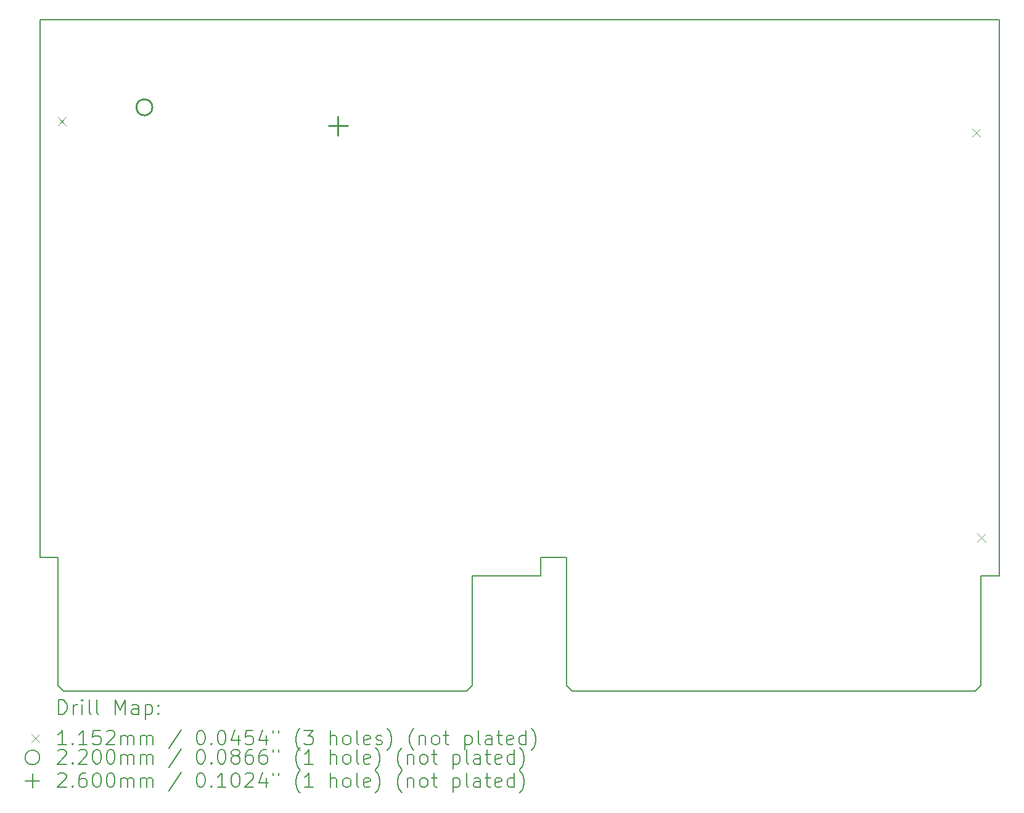
<source format=gbr>
%TF.GenerationSoftware,KiCad,Pcbnew,8.0.4-rc2*%
%TF.CreationDate,2024-08-04T20:32:00-05:00*%
%TF.ProjectId,backplane_tracer_v5,6261636b-706c-4616-9e65-5f7472616365,rev?*%
%TF.SameCoordinates,Original*%
%TF.FileFunction,Drillmap*%
%TF.FilePolarity,Positive*%
%FSLAX45Y45*%
G04 Gerber Fmt 4.5, Leading zero omitted, Abs format (unit mm)*
G04 Created by KiCad (PCBNEW 8.0.4-rc2) date 2024-08-04 20:32:00*
%MOMM*%
%LPD*%
G01*
G04 APERTURE LIST*
%ADD10C,0.127000*%
%ADD11C,0.200000*%
%ADD12C,0.115200*%
%ADD13C,0.220000*%
%ADD14C,0.260000*%
G04 APERTURE END LIST*
D10*
X22860000Y-13632180D02*
X22860000Y-21272500D01*
X22529800Y-22860000D02*
X22606000Y-22783800D01*
X16916400Y-22783800D02*
X16992600Y-22860000D01*
X16560800Y-21272500D02*
X16560800Y-21018500D01*
X9685020Y-13632180D02*
X9685020Y-21018500D01*
X22606000Y-21272500D02*
X22606000Y-22783800D01*
X22860000Y-13632180D02*
X9685020Y-13632180D01*
X15621000Y-21272500D02*
X15621000Y-22783800D01*
X22860000Y-21272500D02*
X22606000Y-21272500D01*
X9931400Y-21018500D02*
X9931400Y-22783800D01*
X15544800Y-22860000D02*
X15621000Y-22783800D01*
X9931400Y-21018500D02*
X9685020Y-21018500D01*
X16916400Y-21018500D02*
X16560800Y-21018500D01*
X16560800Y-21272500D02*
X15621000Y-21272500D01*
X15544800Y-22860000D02*
X10007600Y-22860000D01*
X16916400Y-21018500D02*
X16916400Y-22783800D01*
X9931400Y-22783800D02*
X10007600Y-22860000D01*
X22529800Y-22860000D02*
X16992600Y-22860000D01*
D11*
D12*
X9927140Y-14969040D02*
X10042340Y-15084240D01*
X10042340Y-14969040D02*
X9927140Y-15084240D01*
X22482360Y-15126520D02*
X22597560Y-15241720D01*
X22597560Y-15126520D02*
X22482360Y-15241720D01*
X22553480Y-20691660D02*
X22668680Y-20806860D01*
X22668680Y-20691660D02*
X22553480Y-20806860D01*
D13*
X11226500Y-14833600D02*
G75*
G02*
X11006500Y-14833600I-110000J0D01*
G01*
X11006500Y-14833600D02*
G75*
G02*
X11226500Y-14833600I110000J0D01*
G01*
D14*
X13775500Y-14957600D02*
X13775500Y-15217600D01*
X13645500Y-15087600D02*
X13905500Y-15087600D01*
D11*
X9939447Y-23177834D02*
X9939447Y-22977834D01*
X9939447Y-22977834D02*
X9987066Y-22977834D01*
X9987066Y-22977834D02*
X10015637Y-22987358D01*
X10015637Y-22987358D02*
X10034685Y-23006405D01*
X10034685Y-23006405D02*
X10044209Y-23025453D01*
X10044209Y-23025453D02*
X10053733Y-23063548D01*
X10053733Y-23063548D02*
X10053733Y-23092119D01*
X10053733Y-23092119D02*
X10044209Y-23130215D01*
X10044209Y-23130215D02*
X10034685Y-23149262D01*
X10034685Y-23149262D02*
X10015637Y-23168310D01*
X10015637Y-23168310D02*
X9987066Y-23177834D01*
X9987066Y-23177834D02*
X9939447Y-23177834D01*
X10139447Y-23177834D02*
X10139447Y-23044500D01*
X10139447Y-23082596D02*
X10148971Y-23063548D01*
X10148971Y-23063548D02*
X10158494Y-23054024D01*
X10158494Y-23054024D02*
X10177542Y-23044500D01*
X10177542Y-23044500D02*
X10196590Y-23044500D01*
X10263256Y-23177834D02*
X10263256Y-23044500D01*
X10263256Y-22977834D02*
X10253733Y-22987358D01*
X10253733Y-22987358D02*
X10263256Y-22996881D01*
X10263256Y-22996881D02*
X10272780Y-22987358D01*
X10272780Y-22987358D02*
X10263256Y-22977834D01*
X10263256Y-22977834D02*
X10263256Y-22996881D01*
X10387066Y-23177834D02*
X10368018Y-23168310D01*
X10368018Y-23168310D02*
X10358494Y-23149262D01*
X10358494Y-23149262D02*
X10358494Y-22977834D01*
X10491828Y-23177834D02*
X10472780Y-23168310D01*
X10472780Y-23168310D02*
X10463256Y-23149262D01*
X10463256Y-23149262D02*
X10463256Y-22977834D01*
X10720399Y-23177834D02*
X10720399Y-22977834D01*
X10720399Y-22977834D02*
X10787066Y-23120691D01*
X10787066Y-23120691D02*
X10853733Y-22977834D01*
X10853733Y-22977834D02*
X10853733Y-23177834D01*
X11034685Y-23177834D02*
X11034685Y-23073072D01*
X11034685Y-23073072D02*
X11025161Y-23054024D01*
X11025161Y-23054024D02*
X11006114Y-23044500D01*
X11006114Y-23044500D02*
X10968018Y-23044500D01*
X10968018Y-23044500D02*
X10948971Y-23054024D01*
X11034685Y-23168310D02*
X11015637Y-23177834D01*
X11015637Y-23177834D02*
X10968018Y-23177834D01*
X10968018Y-23177834D02*
X10948971Y-23168310D01*
X10948971Y-23168310D02*
X10939447Y-23149262D01*
X10939447Y-23149262D02*
X10939447Y-23130215D01*
X10939447Y-23130215D02*
X10948971Y-23111167D01*
X10948971Y-23111167D02*
X10968018Y-23101643D01*
X10968018Y-23101643D02*
X11015637Y-23101643D01*
X11015637Y-23101643D02*
X11034685Y-23092119D01*
X11129923Y-23044500D02*
X11129923Y-23244500D01*
X11129923Y-23054024D02*
X11148971Y-23044500D01*
X11148971Y-23044500D02*
X11187066Y-23044500D01*
X11187066Y-23044500D02*
X11206113Y-23054024D01*
X11206113Y-23054024D02*
X11215637Y-23063548D01*
X11215637Y-23063548D02*
X11225161Y-23082596D01*
X11225161Y-23082596D02*
X11225161Y-23139738D01*
X11225161Y-23139738D02*
X11215637Y-23158786D01*
X11215637Y-23158786D02*
X11206113Y-23168310D01*
X11206113Y-23168310D02*
X11187066Y-23177834D01*
X11187066Y-23177834D02*
X11148971Y-23177834D01*
X11148971Y-23177834D02*
X11129923Y-23168310D01*
X11310875Y-23158786D02*
X11320399Y-23168310D01*
X11320399Y-23168310D02*
X11310875Y-23177834D01*
X11310875Y-23177834D02*
X11301352Y-23168310D01*
X11301352Y-23168310D02*
X11310875Y-23158786D01*
X11310875Y-23158786D02*
X11310875Y-23177834D01*
X11310875Y-23054024D02*
X11320399Y-23063548D01*
X11320399Y-23063548D02*
X11310875Y-23073072D01*
X11310875Y-23073072D02*
X11301352Y-23063548D01*
X11301352Y-23063548D02*
X11310875Y-23054024D01*
X11310875Y-23054024D02*
X11310875Y-23073072D01*
D12*
X9563470Y-23448750D02*
X9678670Y-23563950D01*
X9678670Y-23448750D02*
X9563470Y-23563950D01*
D11*
X10044209Y-23597834D02*
X9929923Y-23597834D01*
X9987066Y-23597834D02*
X9987066Y-23397834D01*
X9987066Y-23397834D02*
X9968018Y-23426405D01*
X9968018Y-23426405D02*
X9948971Y-23445453D01*
X9948971Y-23445453D02*
X9929923Y-23454977D01*
X10129923Y-23578786D02*
X10139447Y-23588310D01*
X10139447Y-23588310D02*
X10129923Y-23597834D01*
X10129923Y-23597834D02*
X10120399Y-23588310D01*
X10120399Y-23588310D02*
X10129923Y-23578786D01*
X10129923Y-23578786D02*
X10129923Y-23597834D01*
X10329923Y-23597834D02*
X10215637Y-23597834D01*
X10272780Y-23597834D02*
X10272780Y-23397834D01*
X10272780Y-23397834D02*
X10253733Y-23426405D01*
X10253733Y-23426405D02*
X10234685Y-23445453D01*
X10234685Y-23445453D02*
X10215637Y-23454977D01*
X10510875Y-23397834D02*
X10415637Y-23397834D01*
X10415637Y-23397834D02*
X10406114Y-23493072D01*
X10406114Y-23493072D02*
X10415637Y-23483548D01*
X10415637Y-23483548D02*
X10434685Y-23474024D01*
X10434685Y-23474024D02*
X10482304Y-23474024D01*
X10482304Y-23474024D02*
X10501352Y-23483548D01*
X10501352Y-23483548D02*
X10510875Y-23493072D01*
X10510875Y-23493072D02*
X10520399Y-23512119D01*
X10520399Y-23512119D02*
X10520399Y-23559738D01*
X10520399Y-23559738D02*
X10510875Y-23578786D01*
X10510875Y-23578786D02*
X10501352Y-23588310D01*
X10501352Y-23588310D02*
X10482304Y-23597834D01*
X10482304Y-23597834D02*
X10434685Y-23597834D01*
X10434685Y-23597834D02*
X10415637Y-23588310D01*
X10415637Y-23588310D02*
X10406114Y-23578786D01*
X10596590Y-23416881D02*
X10606114Y-23407358D01*
X10606114Y-23407358D02*
X10625161Y-23397834D01*
X10625161Y-23397834D02*
X10672780Y-23397834D01*
X10672780Y-23397834D02*
X10691828Y-23407358D01*
X10691828Y-23407358D02*
X10701352Y-23416881D01*
X10701352Y-23416881D02*
X10710875Y-23435929D01*
X10710875Y-23435929D02*
X10710875Y-23454977D01*
X10710875Y-23454977D02*
X10701352Y-23483548D01*
X10701352Y-23483548D02*
X10587066Y-23597834D01*
X10587066Y-23597834D02*
X10710875Y-23597834D01*
X10796590Y-23597834D02*
X10796590Y-23464500D01*
X10796590Y-23483548D02*
X10806114Y-23474024D01*
X10806114Y-23474024D02*
X10825161Y-23464500D01*
X10825161Y-23464500D02*
X10853733Y-23464500D01*
X10853733Y-23464500D02*
X10872780Y-23474024D01*
X10872780Y-23474024D02*
X10882304Y-23493072D01*
X10882304Y-23493072D02*
X10882304Y-23597834D01*
X10882304Y-23493072D02*
X10891828Y-23474024D01*
X10891828Y-23474024D02*
X10910875Y-23464500D01*
X10910875Y-23464500D02*
X10939447Y-23464500D01*
X10939447Y-23464500D02*
X10958495Y-23474024D01*
X10958495Y-23474024D02*
X10968018Y-23493072D01*
X10968018Y-23493072D02*
X10968018Y-23597834D01*
X11063256Y-23597834D02*
X11063256Y-23464500D01*
X11063256Y-23483548D02*
X11072780Y-23474024D01*
X11072780Y-23474024D02*
X11091828Y-23464500D01*
X11091828Y-23464500D02*
X11120399Y-23464500D01*
X11120399Y-23464500D02*
X11139447Y-23474024D01*
X11139447Y-23474024D02*
X11148971Y-23493072D01*
X11148971Y-23493072D02*
X11148971Y-23597834D01*
X11148971Y-23493072D02*
X11158495Y-23474024D01*
X11158495Y-23474024D02*
X11177542Y-23464500D01*
X11177542Y-23464500D02*
X11206113Y-23464500D01*
X11206113Y-23464500D02*
X11225161Y-23474024D01*
X11225161Y-23474024D02*
X11234685Y-23493072D01*
X11234685Y-23493072D02*
X11234685Y-23597834D01*
X11625161Y-23388310D02*
X11453733Y-23645453D01*
X11882304Y-23397834D02*
X11901352Y-23397834D01*
X11901352Y-23397834D02*
X11920399Y-23407358D01*
X11920399Y-23407358D02*
X11929923Y-23416881D01*
X11929923Y-23416881D02*
X11939447Y-23435929D01*
X11939447Y-23435929D02*
X11948971Y-23474024D01*
X11948971Y-23474024D02*
X11948971Y-23521643D01*
X11948971Y-23521643D02*
X11939447Y-23559738D01*
X11939447Y-23559738D02*
X11929923Y-23578786D01*
X11929923Y-23578786D02*
X11920399Y-23588310D01*
X11920399Y-23588310D02*
X11901352Y-23597834D01*
X11901352Y-23597834D02*
X11882304Y-23597834D01*
X11882304Y-23597834D02*
X11863256Y-23588310D01*
X11863256Y-23588310D02*
X11853733Y-23578786D01*
X11853733Y-23578786D02*
X11844209Y-23559738D01*
X11844209Y-23559738D02*
X11834685Y-23521643D01*
X11834685Y-23521643D02*
X11834685Y-23474024D01*
X11834685Y-23474024D02*
X11844209Y-23435929D01*
X11844209Y-23435929D02*
X11853733Y-23416881D01*
X11853733Y-23416881D02*
X11863256Y-23407358D01*
X11863256Y-23407358D02*
X11882304Y-23397834D01*
X12034685Y-23578786D02*
X12044209Y-23588310D01*
X12044209Y-23588310D02*
X12034685Y-23597834D01*
X12034685Y-23597834D02*
X12025161Y-23588310D01*
X12025161Y-23588310D02*
X12034685Y-23578786D01*
X12034685Y-23578786D02*
X12034685Y-23597834D01*
X12168018Y-23397834D02*
X12187066Y-23397834D01*
X12187066Y-23397834D02*
X12206114Y-23407358D01*
X12206114Y-23407358D02*
X12215637Y-23416881D01*
X12215637Y-23416881D02*
X12225161Y-23435929D01*
X12225161Y-23435929D02*
X12234685Y-23474024D01*
X12234685Y-23474024D02*
X12234685Y-23521643D01*
X12234685Y-23521643D02*
X12225161Y-23559738D01*
X12225161Y-23559738D02*
X12215637Y-23578786D01*
X12215637Y-23578786D02*
X12206114Y-23588310D01*
X12206114Y-23588310D02*
X12187066Y-23597834D01*
X12187066Y-23597834D02*
X12168018Y-23597834D01*
X12168018Y-23597834D02*
X12148971Y-23588310D01*
X12148971Y-23588310D02*
X12139447Y-23578786D01*
X12139447Y-23578786D02*
X12129923Y-23559738D01*
X12129923Y-23559738D02*
X12120399Y-23521643D01*
X12120399Y-23521643D02*
X12120399Y-23474024D01*
X12120399Y-23474024D02*
X12129923Y-23435929D01*
X12129923Y-23435929D02*
X12139447Y-23416881D01*
X12139447Y-23416881D02*
X12148971Y-23407358D01*
X12148971Y-23407358D02*
X12168018Y-23397834D01*
X12406114Y-23464500D02*
X12406114Y-23597834D01*
X12358495Y-23388310D02*
X12310876Y-23531167D01*
X12310876Y-23531167D02*
X12434685Y-23531167D01*
X12606114Y-23397834D02*
X12510876Y-23397834D01*
X12510876Y-23397834D02*
X12501352Y-23493072D01*
X12501352Y-23493072D02*
X12510876Y-23483548D01*
X12510876Y-23483548D02*
X12529923Y-23474024D01*
X12529923Y-23474024D02*
X12577542Y-23474024D01*
X12577542Y-23474024D02*
X12596590Y-23483548D01*
X12596590Y-23483548D02*
X12606114Y-23493072D01*
X12606114Y-23493072D02*
X12615637Y-23512119D01*
X12615637Y-23512119D02*
X12615637Y-23559738D01*
X12615637Y-23559738D02*
X12606114Y-23578786D01*
X12606114Y-23578786D02*
X12596590Y-23588310D01*
X12596590Y-23588310D02*
X12577542Y-23597834D01*
X12577542Y-23597834D02*
X12529923Y-23597834D01*
X12529923Y-23597834D02*
X12510876Y-23588310D01*
X12510876Y-23588310D02*
X12501352Y-23578786D01*
X12787066Y-23464500D02*
X12787066Y-23597834D01*
X12739447Y-23388310D02*
X12691828Y-23531167D01*
X12691828Y-23531167D02*
X12815637Y-23531167D01*
X12882304Y-23397834D02*
X12882304Y-23435929D01*
X12958495Y-23397834D02*
X12958495Y-23435929D01*
X13253733Y-23674024D02*
X13244209Y-23664500D01*
X13244209Y-23664500D02*
X13225161Y-23635929D01*
X13225161Y-23635929D02*
X13215638Y-23616881D01*
X13215638Y-23616881D02*
X13206114Y-23588310D01*
X13206114Y-23588310D02*
X13196590Y-23540691D01*
X13196590Y-23540691D02*
X13196590Y-23502596D01*
X13196590Y-23502596D02*
X13206114Y-23454977D01*
X13206114Y-23454977D02*
X13215638Y-23426405D01*
X13215638Y-23426405D02*
X13225161Y-23407358D01*
X13225161Y-23407358D02*
X13244209Y-23378786D01*
X13244209Y-23378786D02*
X13253733Y-23369262D01*
X13310876Y-23397834D02*
X13434685Y-23397834D01*
X13434685Y-23397834D02*
X13368018Y-23474024D01*
X13368018Y-23474024D02*
X13396590Y-23474024D01*
X13396590Y-23474024D02*
X13415638Y-23483548D01*
X13415638Y-23483548D02*
X13425161Y-23493072D01*
X13425161Y-23493072D02*
X13434685Y-23512119D01*
X13434685Y-23512119D02*
X13434685Y-23559738D01*
X13434685Y-23559738D02*
X13425161Y-23578786D01*
X13425161Y-23578786D02*
X13415638Y-23588310D01*
X13415638Y-23588310D02*
X13396590Y-23597834D01*
X13396590Y-23597834D02*
X13339447Y-23597834D01*
X13339447Y-23597834D02*
X13320399Y-23588310D01*
X13320399Y-23588310D02*
X13310876Y-23578786D01*
X13672780Y-23597834D02*
X13672780Y-23397834D01*
X13758495Y-23597834D02*
X13758495Y-23493072D01*
X13758495Y-23493072D02*
X13748971Y-23474024D01*
X13748971Y-23474024D02*
X13729923Y-23464500D01*
X13729923Y-23464500D02*
X13701352Y-23464500D01*
X13701352Y-23464500D02*
X13682304Y-23474024D01*
X13682304Y-23474024D02*
X13672780Y-23483548D01*
X13882304Y-23597834D02*
X13863257Y-23588310D01*
X13863257Y-23588310D02*
X13853733Y-23578786D01*
X13853733Y-23578786D02*
X13844209Y-23559738D01*
X13844209Y-23559738D02*
X13844209Y-23502596D01*
X13844209Y-23502596D02*
X13853733Y-23483548D01*
X13853733Y-23483548D02*
X13863257Y-23474024D01*
X13863257Y-23474024D02*
X13882304Y-23464500D01*
X13882304Y-23464500D02*
X13910876Y-23464500D01*
X13910876Y-23464500D02*
X13929923Y-23474024D01*
X13929923Y-23474024D02*
X13939447Y-23483548D01*
X13939447Y-23483548D02*
X13948971Y-23502596D01*
X13948971Y-23502596D02*
X13948971Y-23559738D01*
X13948971Y-23559738D02*
X13939447Y-23578786D01*
X13939447Y-23578786D02*
X13929923Y-23588310D01*
X13929923Y-23588310D02*
X13910876Y-23597834D01*
X13910876Y-23597834D02*
X13882304Y-23597834D01*
X14063257Y-23597834D02*
X14044209Y-23588310D01*
X14044209Y-23588310D02*
X14034685Y-23569262D01*
X14034685Y-23569262D02*
X14034685Y-23397834D01*
X14215638Y-23588310D02*
X14196590Y-23597834D01*
X14196590Y-23597834D02*
X14158495Y-23597834D01*
X14158495Y-23597834D02*
X14139447Y-23588310D01*
X14139447Y-23588310D02*
X14129923Y-23569262D01*
X14129923Y-23569262D02*
X14129923Y-23493072D01*
X14129923Y-23493072D02*
X14139447Y-23474024D01*
X14139447Y-23474024D02*
X14158495Y-23464500D01*
X14158495Y-23464500D02*
X14196590Y-23464500D01*
X14196590Y-23464500D02*
X14215638Y-23474024D01*
X14215638Y-23474024D02*
X14225161Y-23493072D01*
X14225161Y-23493072D02*
X14225161Y-23512119D01*
X14225161Y-23512119D02*
X14129923Y-23531167D01*
X14301352Y-23588310D02*
X14320400Y-23597834D01*
X14320400Y-23597834D02*
X14358495Y-23597834D01*
X14358495Y-23597834D02*
X14377542Y-23588310D01*
X14377542Y-23588310D02*
X14387066Y-23569262D01*
X14387066Y-23569262D02*
X14387066Y-23559738D01*
X14387066Y-23559738D02*
X14377542Y-23540691D01*
X14377542Y-23540691D02*
X14358495Y-23531167D01*
X14358495Y-23531167D02*
X14329923Y-23531167D01*
X14329923Y-23531167D02*
X14310876Y-23521643D01*
X14310876Y-23521643D02*
X14301352Y-23502596D01*
X14301352Y-23502596D02*
X14301352Y-23493072D01*
X14301352Y-23493072D02*
X14310876Y-23474024D01*
X14310876Y-23474024D02*
X14329923Y-23464500D01*
X14329923Y-23464500D02*
X14358495Y-23464500D01*
X14358495Y-23464500D02*
X14377542Y-23474024D01*
X14453733Y-23674024D02*
X14463257Y-23664500D01*
X14463257Y-23664500D02*
X14482304Y-23635929D01*
X14482304Y-23635929D02*
X14491828Y-23616881D01*
X14491828Y-23616881D02*
X14501352Y-23588310D01*
X14501352Y-23588310D02*
X14510876Y-23540691D01*
X14510876Y-23540691D02*
X14510876Y-23502596D01*
X14510876Y-23502596D02*
X14501352Y-23454977D01*
X14501352Y-23454977D02*
X14491828Y-23426405D01*
X14491828Y-23426405D02*
X14482304Y-23407358D01*
X14482304Y-23407358D02*
X14463257Y-23378786D01*
X14463257Y-23378786D02*
X14453733Y-23369262D01*
X14815638Y-23674024D02*
X14806114Y-23664500D01*
X14806114Y-23664500D02*
X14787066Y-23635929D01*
X14787066Y-23635929D02*
X14777542Y-23616881D01*
X14777542Y-23616881D02*
X14768019Y-23588310D01*
X14768019Y-23588310D02*
X14758495Y-23540691D01*
X14758495Y-23540691D02*
X14758495Y-23502596D01*
X14758495Y-23502596D02*
X14768019Y-23454977D01*
X14768019Y-23454977D02*
X14777542Y-23426405D01*
X14777542Y-23426405D02*
X14787066Y-23407358D01*
X14787066Y-23407358D02*
X14806114Y-23378786D01*
X14806114Y-23378786D02*
X14815638Y-23369262D01*
X14891828Y-23464500D02*
X14891828Y-23597834D01*
X14891828Y-23483548D02*
X14901352Y-23474024D01*
X14901352Y-23474024D02*
X14920400Y-23464500D01*
X14920400Y-23464500D02*
X14948971Y-23464500D01*
X14948971Y-23464500D02*
X14968019Y-23474024D01*
X14968019Y-23474024D02*
X14977542Y-23493072D01*
X14977542Y-23493072D02*
X14977542Y-23597834D01*
X15101352Y-23597834D02*
X15082304Y-23588310D01*
X15082304Y-23588310D02*
X15072781Y-23578786D01*
X15072781Y-23578786D02*
X15063257Y-23559738D01*
X15063257Y-23559738D02*
X15063257Y-23502596D01*
X15063257Y-23502596D02*
X15072781Y-23483548D01*
X15072781Y-23483548D02*
X15082304Y-23474024D01*
X15082304Y-23474024D02*
X15101352Y-23464500D01*
X15101352Y-23464500D02*
X15129923Y-23464500D01*
X15129923Y-23464500D02*
X15148971Y-23474024D01*
X15148971Y-23474024D02*
X15158495Y-23483548D01*
X15158495Y-23483548D02*
X15168019Y-23502596D01*
X15168019Y-23502596D02*
X15168019Y-23559738D01*
X15168019Y-23559738D02*
X15158495Y-23578786D01*
X15158495Y-23578786D02*
X15148971Y-23588310D01*
X15148971Y-23588310D02*
X15129923Y-23597834D01*
X15129923Y-23597834D02*
X15101352Y-23597834D01*
X15225162Y-23464500D02*
X15301352Y-23464500D01*
X15253733Y-23397834D02*
X15253733Y-23569262D01*
X15253733Y-23569262D02*
X15263257Y-23588310D01*
X15263257Y-23588310D02*
X15282304Y-23597834D01*
X15282304Y-23597834D02*
X15301352Y-23597834D01*
X15520400Y-23464500D02*
X15520400Y-23664500D01*
X15520400Y-23474024D02*
X15539447Y-23464500D01*
X15539447Y-23464500D02*
X15577543Y-23464500D01*
X15577543Y-23464500D02*
X15596590Y-23474024D01*
X15596590Y-23474024D02*
X15606114Y-23483548D01*
X15606114Y-23483548D02*
X15615638Y-23502596D01*
X15615638Y-23502596D02*
X15615638Y-23559738D01*
X15615638Y-23559738D02*
X15606114Y-23578786D01*
X15606114Y-23578786D02*
X15596590Y-23588310D01*
X15596590Y-23588310D02*
X15577543Y-23597834D01*
X15577543Y-23597834D02*
X15539447Y-23597834D01*
X15539447Y-23597834D02*
X15520400Y-23588310D01*
X15729923Y-23597834D02*
X15710876Y-23588310D01*
X15710876Y-23588310D02*
X15701352Y-23569262D01*
X15701352Y-23569262D02*
X15701352Y-23397834D01*
X15891828Y-23597834D02*
X15891828Y-23493072D01*
X15891828Y-23493072D02*
X15882304Y-23474024D01*
X15882304Y-23474024D02*
X15863257Y-23464500D01*
X15863257Y-23464500D02*
X15825162Y-23464500D01*
X15825162Y-23464500D02*
X15806114Y-23474024D01*
X15891828Y-23588310D02*
X15872781Y-23597834D01*
X15872781Y-23597834D02*
X15825162Y-23597834D01*
X15825162Y-23597834D02*
X15806114Y-23588310D01*
X15806114Y-23588310D02*
X15796590Y-23569262D01*
X15796590Y-23569262D02*
X15796590Y-23550215D01*
X15796590Y-23550215D02*
X15806114Y-23531167D01*
X15806114Y-23531167D02*
X15825162Y-23521643D01*
X15825162Y-23521643D02*
X15872781Y-23521643D01*
X15872781Y-23521643D02*
X15891828Y-23512119D01*
X15958495Y-23464500D02*
X16034685Y-23464500D01*
X15987066Y-23397834D02*
X15987066Y-23569262D01*
X15987066Y-23569262D02*
X15996590Y-23588310D01*
X15996590Y-23588310D02*
X16015638Y-23597834D01*
X16015638Y-23597834D02*
X16034685Y-23597834D01*
X16177543Y-23588310D02*
X16158495Y-23597834D01*
X16158495Y-23597834D02*
X16120400Y-23597834D01*
X16120400Y-23597834D02*
X16101352Y-23588310D01*
X16101352Y-23588310D02*
X16091828Y-23569262D01*
X16091828Y-23569262D02*
X16091828Y-23493072D01*
X16091828Y-23493072D02*
X16101352Y-23474024D01*
X16101352Y-23474024D02*
X16120400Y-23464500D01*
X16120400Y-23464500D02*
X16158495Y-23464500D01*
X16158495Y-23464500D02*
X16177543Y-23474024D01*
X16177543Y-23474024D02*
X16187066Y-23493072D01*
X16187066Y-23493072D02*
X16187066Y-23512119D01*
X16187066Y-23512119D02*
X16091828Y-23531167D01*
X16358495Y-23597834D02*
X16358495Y-23397834D01*
X16358495Y-23588310D02*
X16339447Y-23597834D01*
X16339447Y-23597834D02*
X16301352Y-23597834D01*
X16301352Y-23597834D02*
X16282304Y-23588310D01*
X16282304Y-23588310D02*
X16272781Y-23578786D01*
X16272781Y-23578786D02*
X16263257Y-23559738D01*
X16263257Y-23559738D02*
X16263257Y-23502596D01*
X16263257Y-23502596D02*
X16272781Y-23483548D01*
X16272781Y-23483548D02*
X16282304Y-23474024D01*
X16282304Y-23474024D02*
X16301352Y-23464500D01*
X16301352Y-23464500D02*
X16339447Y-23464500D01*
X16339447Y-23464500D02*
X16358495Y-23474024D01*
X16434685Y-23674024D02*
X16444209Y-23664500D01*
X16444209Y-23664500D02*
X16463257Y-23635929D01*
X16463257Y-23635929D02*
X16472781Y-23616881D01*
X16472781Y-23616881D02*
X16482304Y-23588310D01*
X16482304Y-23588310D02*
X16491828Y-23540691D01*
X16491828Y-23540691D02*
X16491828Y-23502596D01*
X16491828Y-23502596D02*
X16482304Y-23454977D01*
X16482304Y-23454977D02*
X16472781Y-23426405D01*
X16472781Y-23426405D02*
X16463257Y-23407358D01*
X16463257Y-23407358D02*
X16444209Y-23378786D01*
X16444209Y-23378786D02*
X16434685Y-23369262D01*
X9678670Y-23770350D02*
G75*
G02*
X9478670Y-23770350I-100000J0D01*
G01*
X9478670Y-23770350D02*
G75*
G02*
X9678670Y-23770350I100000J0D01*
G01*
X9929923Y-23680881D02*
X9939447Y-23671358D01*
X9939447Y-23671358D02*
X9958494Y-23661834D01*
X9958494Y-23661834D02*
X10006114Y-23661834D01*
X10006114Y-23661834D02*
X10025161Y-23671358D01*
X10025161Y-23671358D02*
X10034685Y-23680881D01*
X10034685Y-23680881D02*
X10044209Y-23699929D01*
X10044209Y-23699929D02*
X10044209Y-23718977D01*
X10044209Y-23718977D02*
X10034685Y-23747548D01*
X10034685Y-23747548D02*
X9920399Y-23861834D01*
X9920399Y-23861834D02*
X10044209Y-23861834D01*
X10129923Y-23842786D02*
X10139447Y-23852310D01*
X10139447Y-23852310D02*
X10129923Y-23861834D01*
X10129923Y-23861834D02*
X10120399Y-23852310D01*
X10120399Y-23852310D02*
X10129923Y-23842786D01*
X10129923Y-23842786D02*
X10129923Y-23861834D01*
X10215637Y-23680881D02*
X10225161Y-23671358D01*
X10225161Y-23671358D02*
X10244209Y-23661834D01*
X10244209Y-23661834D02*
X10291828Y-23661834D01*
X10291828Y-23661834D02*
X10310875Y-23671358D01*
X10310875Y-23671358D02*
X10320399Y-23680881D01*
X10320399Y-23680881D02*
X10329923Y-23699929D01*
X10329923Y-23699929D02*
X10329923Y-23718977D01*
X10329923Y-23718977D02*
X10320399Y-23747548D01*
X10320399Y-23747548D02*
X10206114Y-23861834D01*
X10206114Y-23861834D02*
X10329923Y-23861834D01*
X10453733Y-23661834D02*
X10472780Y-23661834D01*
X10472780Y-23661834D02*
X10491828Y-23671358D01*
X10491828Y-23671358D02*
X10501352Y-23680881D01*
X10501352Y-23680881D02*
X10510875Y-23699929D01*
X10510875Y-23699929D02*
X10520399Y-23738024D01*
X10520399Y-23738024D02*
X10520399Y-23785643D01*
X10520399Y-23785643D02*
X10510875Y-23823738D01*
X10510875Y-23823738D02*
X10501352Y-23842786D01*
X10501352Y-23842786D02*
X10491828Y-23852310D01*
X10491828Y-23852310D02*
X10472780Y-23861834D01*
X10472780Y-23861834D02*
X10453733Y-23861834D01*
X10453733Y-23861834D02*
X10434685Y-23852310D01*
X10434685Y-23852310D02*
X10425161Y-23842786D01*
X10425161Y-23842786D02*
X10415637Y-23823738D01*
X10415637Y-23823738D02*
X10406114Y-23785643D01*
X10406114Y-23785643D02*
X10406114Y-23738024D01*
X10406114Y-23738024D02*
X10415637Y-23699929D01*
X10415637Y-23699929D02*
X10425161Y-23680881D01*
X10425161Y-23680881D02*
X10434685Y-23671358D01*
X10434685Y-23671358D02*
X10453733Y-23661834D01*
X10644209Y-23661834D02*
X10663256Y-23661834D01*
X10663256Y-23661834D02*
X10682304Y-23671358D01*
X10682304Y-23671358D02*
X10691828Y-23680881D01*
X10691828Y-23680881D02*
X10701352Y-23699929D01*
X10701352Y-23699929D02*
X10710875Y-23738024D01*
X10710875Y-23738024D02*
X10710875Y-23785643D01*
X10710875Y-23785643D02*
X10701352Y-23823738D01*
X10701352Y-23823738D02*
X10691828Y-23842786D01*
X10691828Y-23842786D02*
X10682304Y-23852310D01*
X10682304Y-23852310D02*
X10663256Y-23861834D01*
X10663256Y-23861834D02*
X10644209Y-23861834D01*
X10644209Y-23861834D02*
X10625161Y-23852310D01*
X10625161Y-23852310D02*
X10615637Y-23842786D01*
X10615637Y-23842786D02*
X10606114Y-23823738D01*
X10606114Y-23823738D02*
X10596590Y-23785643D01*
X10596590Y-23785643D02*
X10596590Y-23738024D01*
X10596590Y-23738024D02*
X10606114Y-23699929D01*
X10606114Y-23699929D02*
X10615637Y-23680881D01*
X10615637Y-23680881D02*
X10625161Y-23671358D01*
X10625161Y-23671358D02*
X10644209Y-23661834D01*
X10796590Y-23861834D02*
X10796590Y-23728500D01*
X10796590Y-23747548D02*
X10806114Y-23738024D01*
X10806114Y-23738024D02*
X10825161Y-23728500D01*
X10825161Y-23728500D02*
X10853733Y-23728500D01*
X10853733Y-23728500D02*
X10872780Y-23738024D01*
X10872780Y-23738024D02*
X10882304Y-23757072D01*
X10882304Y-23757072D02*
X10882304Y-23861834D01*
X10882304Y-23757072D02*
X10891828Y-23738024D01*
X10891828Y-23738024D02*
X10910875Y-23728500D01*
X10910875Y-23728500D02*
X10939447Y-23728500D01*
X10939447Y-23728500D02*
X10958495Y-23738024D01*
X10958495Y-23738024D02*
X10968018Y-23757072D01*
X10968018Y-23757072D02*
X10968018Y-23861834D01*
X11063256Y-23861834D02*
X11063256Y-23728500D01*
X11063256Y-23747548D02*
X11072780Y-23738024D01*
X11072780Y-23738024D02*
X11091828Y-23728500D01*
X11091828Y-23728500D02*
X11120399Y-23728500D01*
X11120399Y-23728500D02*
X11139447Y-23738024D01*
X11139447Y-23738024D02*
X11148971Y-23757072D01*
X11148971Y-23757072D02*
X11148971Y-23861834D01*
X11148971Y-23757072D02*
X11158495Y-23738024D01*
X11158495Y-23738024D02*
X11177542Y-23728500D01*
X11177542Y-23728500D02*
X11206113Y-23728500D01*
X11206113Y-23728500D02*
X11225161Y-23738024D01*
X11225161Y-23738024D02*
X11234685Y-23757072D01*
X11234685Y-23757072D02*
X11234685Y-23861834D01*
X11625161Y-23652310D02*
X11453733Y-23909453D01*
X11882304Y-23661834D02*
X11901352Y-23661834D01*
X11901352Y-23661834D02*
X11920399Y-23671358D01*
X11920399Y-23671358D02*
X11929923Y-23680881D01*
X11929923Y-23680881D02*
X11939447Y-23699929D01*
X11939447Y-23699929D02*
X11948971Y-23738024D01*
X11948971Y-23738024D02*
X11948971Y-23785643D01*
X11948971Y-23785643D02*
X11939447Y-23823738D01*
X11939447Y-23823738D02*
X11929923Y-23842786D01*
X11929923Y-23842786D02*
X11920399Y-23852310D01*
X11920399Y-23852310D02*
X11901352Y-23861834D01*
X11901352Y-23861834D02*
X11882304Y-23861834D01*
X11882304Y-23861834D02*
X11863256Y-23852310D01*
X11863256Y-23852310D02*
X11853733Y-23842786D01*
X11853733Y-23842786D02*
X11844209Y-23823738D01*
X11844209Y-23823738D02*
X11834685Y-23785643D01*
X11834685Y-23785643D02*
X11834685Y-23738024D01*
X11834685Y-23738024D02*
X11844209Y-23699929D01*
X11844209Y-23699929D02*
X11853733Y-23680881D01*
X11853733Y-23680881D02*
X11863256Y-23671358D01*
X11863256Y-23671358D02*
X11882304Y-23661834D01*
X12034685Y-23842786D02*
X12044209Y-23852310D01*
X12044209Y-23852310D02*
X12034685Y-23861834D01*
X12034685Y-23861834D02*
X12025161Y-23852310D01*
X12025161Y-23852310D02*
X12034685Y-23842786D01*
X12034685Y-23842786D02*
X12034685Y-23861834D01*
X12168018Y-23661834D02*
X12187066Y-23661834D01*
X12187066Y-23661834D02*
X12206114Y-23671358D01*
X12206114Y-23671358D02*
X12215637Y-23680881D01*
X12215637Y-23680881D02*
X12225161Y-23699929D01*
X12225161Y-23699929D02*
X12234685Y-23738024D01*
X12234685Y-23738024D02*
X12234685Y-23785643D01*
X12234685Y-23785643D02*
X12225161Y-23823738D01*
X12225161Y-23823738D02*
X12215637Y-23842786D01*
X12215637Y-23842786D02*
X12206114Y-23852310D01*
X12206114Y-23852310D02*
X12187066Y-23861834D01*
X12187066Y-23861834D02*
X12168018Y-23861834D01*
X12168018Y-23861834D02*
X12148971Y-23852310D01*
X12148971Y-23852310D02*
X12139447Y-23842786D01*
X12139447Y-23842786D02*
X12129923Y-23823738D01*
X12129923Y-23823738D02*
X12120399Y-23785643D01*
X12120399Y-23785643D02*
X12120399Y-23738024D01*
X12120399Y-23738024D02*
X12129923Y-23699929D01*
X12129923Y-23699929D02*
X12139447Y-23680881D01*
X12139447Y-23680881D02*
X12148971Y-23671358D01*
X12148971Y-23671358D02*
X12168018Y-23661834D01*
X12348971Y-23747548D02*
X12329923Y-23738024D01*
X12329923Y-23738024D02*
X12320399Y-23728500D01*
X12320399Y-23728500D02*
X12310876Y-23709453D01*
X12310876Y-23709453D02*
X12310876Y-23699929D01*
X12310876Y-23699929D02*
X12320399Y-23680881D01*
X12320399Y-23680881D02*
X12329923Y-23671358D01*
X12329923Y-23671358D02*
X12348971Y-23661834D01*
X12348971Y-23661834D02*
X12387066Y-23661834D01*
X12387066Y-23661834D02*
X12406114Y-23671358D01*
X12406114Y-23671358D02*
X12415637Y-23680881D01*
X12415637Y-23680881D02*
X12425161Y-23699929D01*
X12425161Y-23699929D02*
X12425161Y-23709453D01*
X12425161Y-23709453D02*
X12415637Y-23728500D01*
X12415637Y-23728500D02*
X12406114Y-23738024D01*
X12406114Y-23738024D02*
X12387066Y-23747548D01*
X12387066Y-23747548D02*
X12348971Y-23747548D01*
X12348971Y-23747548D02*
X12329923Y-23757072D01*
X12329923Y-23757072D02*
X12320399Y-23766596D01*
X12320399Y-23766596D02*
X12310876Y-23785643D01*
X12310876Y-23785643D02*
X12310876Y-23823738D01*
X12310876Y-23823738D02*
X12320399Y-23842786D01*
X12320399Y-23842786D02*
X12329923Y-23852310D01*
X12329923Y-23852310D02*
X12348971Y-23861834D01*
X12348971Y-23861834D02*
X12387066Y-23861834D01*
X12387066Y-23861834D02*
X12406114Y-23852310D01*
X12406114Y-23852310D02*
X12415637Y-23842786D01*
X12415637Y-23842786D02*
X12425161Y-23823738D01*
X12425161Y-23823738D02*
X12425161Y-23785643D01*
X12425161Y-23785643D02*
X12415637Y-23766596D01*
X12415637Y-23766596D02*
X12406114Y-23757072D01*
X12406114Y-23757072D02*
X12387066Y-23747548D01*
X12596590Y-23661834D02*
X12558495Y-23661834D01*
X12558495Y-23661834D02*
X12539447Y-23671358D01*
X12539447Y-23671358D02*
X12529923Y-23680881D01*
X12529923Y-23680881D02*
X12510876Y-23709453D01*
X12510876Y-23709453D02*
X12501352Y-23747548D01*
X12501352Y-23747548D02*
X12501352Y-23823738D01*
X12501352Y-23823738D02*
X12510876Y-23842786D01*
X12510876Y-23842786D02*
X12520399Y-23852310D01*
X12520399Y-23852310D02*
X12539447Y-23861834D01*
X12539447Y-23861834D02*
X12577542Y-23861834D01*
X12577542Y-23861834D02*
X12596590Y-23852310D01*
X12596590Y-23852310D02*
X12606114Y-23842786D01*
X12606114Y-23842786D02*
X12615637Y-23823738D01*
X12615637Y-23823738D02*
X12615637Y-23776119D01*
X12615637Y-23776119D02*
X12606114Y-23757072D01*
X12606114Y-23757072D02*
X12596590Y-23747548D01*
X12596590Y-23747548D02*
X12577542Y-23738024D01*
X12577542Y-23738024D02*
X12539447Y-23738024D01*
X12539447Y-23738024D02*
X12520399Y-23747548D01*
X12520399Y-23747548D02*
X12510876Y-23757072D01*
X12510876Y-23757072D02*
X12501352Y-23776119D01*
X12787066Y-23661834D02*
X12748971Y-23661834D01*
X12748971Y-23661834D02*
X12729923Y-23671358D01*
X12729923Y-23671358D02*
X12720399Y-23680881D01*
X12720399Y-23680881D02*
X12701352Y-23709453D01*
X12701352Y-23709453D02*
X12691828Y-23747548D01*
X12691828Y-23747548D02*
X12691828Y-23823738D01*
X12691828Y-23823738D02*
X12701352Y-23842786D01*
X12701352Y-23842786D02*
X12710876Y-23852310D01*
X12710876Y-23852310D02*
X12729923Y-23861834D01*
X12729923Y-23861834D02*
X12768018Y-23861834D01*
X12768018Y-23861834D02*
X12787066Y-23852310D01*
X12787066Y-23852310D02*
X12796590Y-23842786D01*
X12796590Y-23842786D02*
X12806114Y-23823738D01*
X12806114Y-23823738D02*
X12806114Y-23776119D01*
X12806114Y-23776119D02*
X12796590Y-23757072D01*
X12796590Y-23757072D02*
X12787066Y-23747548D01*
X12787066Y-23747548D02*
X12768018Y-23738024D01*
X12768018Y-23738024D02*
X12729923Y-23738024D01*
X12729923Y-23738024D02*
X12710876Y-23747548D01*
X12710876Y-23747548D02*
X12701352Y-23757072D01*
X12701352Y-23757072D02*
X12691828Y-23776119D01*
X12882304Y-23661834D02*
X12882304Y-23699929D01*
X12958495Y-23661834D02*
X12958495Y-23699929D01*
X13253733Y-23938024D02*
X13244209Y-23928500D01*
X13244209Y-23928500D02*
X13225161Y-23899929D01*
X13225161Y-23899929D02*
X13215638Y-23880881D01*
X13215638Y-23880881D02*
X13206114Y-23852310D01*
X13206114Y-23852310D02*
X13196590Y-23804691D01*
X13196590Y-23804691D02*
X13196590Y-23766596D01*
X13196590Y-23766596D02*
X13206114Y-23718977D01*
X13206114Y-23718977D02*
X13215638Y-23690405D01*
X13215638Y-23690405D02*
X13225161Y-23671358D01*
X13225161Y-23671358D02*
X13244209Y-23642786D01*
X13244209Y-23642786D02*
X13253733Y-23633262D01*
X13434685Y-23861834D02*
X13320399Y-23861834D01*
X13377542Y-23861834D02*
X13377542Y-23661834D01*
X13377542Y-23661834D02*
X13358495Y-23690405D01*
X13358495Y-23690405D02*
X13339447Y-23709453D01*
X13339447Y-23709453D02*
X13320399Y-23718977D01*
X13672780Y-23861834D02*
X13672780Y-23661834D01*
X13758495Y-23861834D02*
X13758495Y-23757072D01*
X13758495Y-23757072D02*
X13748971Y-23738024D01*
X13748971Y-23738024D02*
X13729923Y-23728500D01*
X13729923Y-23728500D02*
X13701352Y-23728500D01*
X13701352Y-23728500D02*
X13682304Y-23738024D01*
X13682304Y-23738024D02*
X13672780Y-23747548D01*
X13882304Y-23861834D02*
X13863257Y-23852310D01*
X13863257Y-23852310D02*
X13853733Y-23842786D01*
X13853733Y-23842786D02*
X13844209Y-23823738D01*
X13844209Y-23823738D02*
X13844209Y-23766596D01*
X13844209Y-23766596D02*
X13853733Y-23747548D01*
X13853733Y-23747548D02*
X13863257Y-23738024D01*
X13863257Y-23738024D02*
X13882304Y-23728500D01*
X13882304Y-23728500D02*
X13910876Y-23728500D01*
X13910876Y-23728500D02*
X13929923Y-23738024D01*
X13929923Y-23738024D02*
X13939447Y-23747548D01*
X13939447Y-23747548D02*
X13948971Y-23766596D01*
X13948971Y-23766596D02*
X13948971Y-23823738D01*
X13948971Y-23823738D02*
X13939447Y-23842786D01*
X13939447Y-23842786D02*
X13929923Y-23852310D01*
X13929923Y-23852310D02*
X13910876Y-23861834D01*
X13910876Y-23861834D02*
X13882304Y-23861834D01*
X14063257Y-23861834D02*
X14044209Y-23852310D01*
X14044209Y-23852310D02*
X14034685Y-23833262D01*
X14034685Y-23833262D02*
X14034685Y-23661834D01*
X14215638Y-23852310D02*
X14196590Y-23861834D01*
X14196590Y-23861834D02*
X14158495Y-23861834D01*
X14158495Y-23861834D02*
X14139447Y-23852310D01*
X14139447Y-23852310D02*
X14129923Y-23833262D01*
X14129923Y-23833262D02*
X14129923Y-23757072D01*
X14129923Y-23757072D02*
X14139447Y-23738024D01*
X14139447Y-23738024D02*
X14158495Y-23728500D01*
X14158495Y-23728500D02*
X14196590Y-23728500D01*
X14196590Y-23728500D02*
X14215638Y-23738024D01*
X14215638Y-23738024D02*
X14225161Y-23757072D01*
X14225161Y-23757072D02*
X14225161Y-23776119D01*
X14225161Y-23776119D02*
X14129923Y-23795167D01*
X14291828Y-23938024D02*
X14301352Y-23928500D01*
X14301352Y-23928500D02*
X14320400Y-23899929D01*
X14320400Y-23899929D02*
X14329923Y-23880881D01*
X14329923Y-23880881D02*
X14339447Y-23852310D01*
X14339447Y-23852310D02*
X14348971Y-23804691D01*
X14348971Y-23804691D02*
X14348971Y-23766596D01*
X14348971Y-23766596D02*
X14339447Y-23718977D01*
X14339447Y-23718977D02*
X14329923Y-23690405D01*
X14329923Y-23690405D02*
X14320400Y-23671358D01*
X14320400Y-23671358D02*
X14301352Y-23642786D01*
X14301352Y-23642786D02*
X14291828Y-23633262D01*
X14653733Y-23938024D02*
X14644209Y-23928500D01*
X14644209Y-23928500D02*
X14625161Y-23899929D01*
X14625161Y-23899929D02*
X14615638Y-23880881D01*
X14615638Y-23880881D02*
X14606114Y-23852310D01*
X14606114Y-23852310D02*
X14596590Y-23804691D01*
X14596590Y-23804691D02*
X14596590Y-23766596D01*
X14596590Y-23766596D02*
X14606114Y-23718977D01*
X14606114Y-23718977D02*
X14615638Y-23690405D01*
X14615638Y-23690405D02*
X14625161Y-23671358D01*
X14625161Y-23671358D02*
X14644209Y-23642786D01*
X14644209Y-23642786D02*
X14653733Y-23633262D01*
X14729923Y-23728500D02*
X14729923Y-23861834D01*
X14729923Y-23747548D02*
X14739447Y-23738024D01*
X14739447Y-23738024D02*
X14758495Y-23728500D01*
X14758495Y-23728500D02*
X14787066Y-23728500D01*
X14787066Y-23728500D02*
X14806114Y-23738024D01*
X14806114Y-23738024D02*
X14815638Y-23757072D01*
X14815638Y-23757072D02*
X14815638Y-23861834D01*
X14939447Y-23861834D02*
X14920400Y-23852310D01*
X14920400Y-23852310D02*
X14910876Y-23842786D01*
X14910876Y-23842786D02*
X14901352Y-23823738D01*
X14901352Y-23823738D02*
X14901352Y-23766596D01*
X14901352Y-23766596D02*
X14910876Y-23747548D01*
X14910876Y-23747548D02*
X14920400Y-23738024D01*
X14920400Y-23738024D02*
X14939447Y-23728500D01*
X14939447Y-23728500D02*
X14968019Y-23728500D01*
X14968019Y-23728500D02*
X14987066Y-23738024D01*
X14987066Y-23738024D02*
X14996590Y-23747548D01*
X14996590Y-23747548D02*
X15006114Y-23766596D01*
X15006114Y-23766596D02*
X15006114Y-23823738D01*
X15006114Y-23823738D02*
X14996590Y-23842786D01*
X14996590Y-23842786D02*
X14987066Y-23852310D01*
X14987066Y-23852310D02*
X14968019Y-23861834D01*
X14968019Y-23861834D02*
X14939447Y-23861834D01*
X15063257Y-23728500D02*
X15139447Y-23728500D01*
X15091828Y-23661834D02*
X15091828Y-23833262D01*
X15091828Y-23833262D02*
X15101352Y-23852310D01*
X15101352Y-23852310D02*
X15120400Y-23861834D01*
X15120400Y-23861834D02*
X15139447Y-23861834D01*
X15358495Y-23728500D02*
X15358495Y-23928500D01*
X15358495Y-23738024D02*
X15377542Y-23728500D01*
X15377542Y-23728500D02*
X15415638Y-23728500D01*
X15415638Y-23728500D02*
X15434685Y-23738024D01*
X15434685Y-23738024D02*
X15444209Y-23747548D01*
X15444209Y-23747548D02*
X15453733Y-23766596D01*
X15453733Y-23766596D02*
X15453733Y-23823738D01*
X15453733Y-23823738D02*
X15444209Y-23842786D01*
X15444209Y-23842786D02*
X15434685Y-23852310D01*
X15434685Y-23852310D02*
X15415638Y-23861834D01*
X15415638Y-23861834D02*
X15377542Y-23861834D01*
X15377542Y-23861834D02*
X15358495Y-23852310D01*
X15568019Y-23861834D02*
X15548971Y-23852310D01*
X15548971Y-23852310D02*
X15539447Y-23833262D01*
X15539447Y-23833262D02*
X15539447Y-23661834D01*
X15729923Y-23861834D02*
X15729923Y-23757072D01*
X15729923Y-23757072D02*
X15720400Y-23738024D01*
X15720400Y-23738024D02*
X15701352Y-23728500D01*
X15701352Y-23728500D02*
X15663257Y-23728500D01*
X15663257Y-23728500D02*
X15644209Y-23738024D01*
X15729923Y-23852310D02*
X15710876Y-23861834D01*
X15710876Y-23861834D02*
X15663257Y-23861834D01*
X15663257Y-23861834D02*
X15644209Y-23852310D01*
X15644209Y-23852310D02*
X15634685Y-23833262D01*
X15634685Y-23833262D02*
X15634685Y-23814215D01*
X15634685Y-23814215D02*
X15644209Y-23795167D01*
X15644209Y-23795167D02*
X15663257Y-23785643D01*
X15663257Y-23785643D02*
X15710876Y-23785643D01*
X15710876Y-23785643D02*
X15729923Y-23776119D01*
X15796590Y-23728500D02*
X15872781Y-23728500D01*
X15825162Y-23661834D02*
X15825162Y-23833262D01*
X15825162Y-23833262D02*
X15834685Y-23852310D01*
X15834685Y-23852310D02*
X15853733Y-23861834D01*
X15853733Y-23861834D02*
X15872781Y-23861834D01*
X16015638Y-23852310D02*
X15996590Y-23861834D01*
X15996590Y-23861834D02*
X15958495Y-23861834D01*
X15958495Y-23861834D02*
X15939447Y-23852310D01*
X15939447Y-23852310D02*
X15929923Y-23833262D01*
X15929923Y-23833262D02*
X15929923Y-23757072D01*
X15929923Y-23757072D02*
X15939447Y-23738024D01*
X15939447Y-23738024D02*
X15958495Y-23728500D01*
X15958495Y-23728500D02*
X15996590Y-23728500D01*
X15996590Y-23728500D02*
X16015638Y-23738024D01*
X16015638Y-23738024D02*
X16025162Y-23757072D01*
X16025162Y-23757072D02*
X16025162Y-23776119D01*
X16025162Y-23776119D02*
X15929923Y-23795167D01*
X16196590Y-23861834D02*
X16196590Y-23661834D01*
X16196590Y-23852310D02*
X16177543Y-23861834D01*
X16177543Y-23861834D02*
X16139447Y-23861834D01*
X16139447Y-23861834D02*
X16120400Y-23852310D01*
X16120400Y-23852310D02*
X16110876Y-23842786D01*
X16110876Y-23842786D02*
X16101352Y-23823738D01*
X16101352Y-23823738D02*
X16101352Y-23766596D01*
X16101352Y-23766596D02*
X16110876Y-23747548D01*
X16110876Y-23747548D02*
X16120400Y-23738024D01*
X16120400Y-23738024D02*
X16139447Y-23728500D01*
X16139447Y-23728500D02*
X16177543Y-23728500D01*
X16177543Y-23728500D02*
X16196590Y-23738024D01*
X16272781Y-23938024D02*
X16282304Y-23928500D01*
X16282304Y-23928500D02*
X16301352Y-23899929D01*
X16301352Y-23899929D02*
X16310876Y-23880881D01*
X16310876Y-23880881D02*
X16320400Y-23852310D01*
X16320400Y-23852310D02*
X16329923Y-23804691D01*
X16329923Y-23804691D02*
X16329923Y-23766596D01*
X16329923Y-23766596D02*
X16320400Y-23718977D01*
X16320400Y-23718977D02*
X16310876Y-23690405D01*
X16310876Y-23690405D02*
X16301352Y-23671358D01*
X16301352Y-23671358D02*
X16282304Y-23642786D01*
X16282304Y-23642786D02*
X16272781Y-23633262D01*
X9578670Y-23990350D02*
X9578670Y-24190350D01*
X9478670Y-24090350D02*
X9678670Y-24090350D01*
X9929923Y-24000881D02*
X9939447Y-23991358D01*
X9939447Y-23991358D02*
X9958494Y-23981834D01*
X9958494Y-23981834D02*
X10006114Y-23981834D01*
X10006114Y-23981834D02*
X10025161Y-23991358D01*
X10025161Y-23991358D02*
X10034685Y-24000881D01*
X10034685Y-24000881D02*
X10044209Y-24019929D01*
X10044209Y-24019929D02*
X10044209Y-24038977D01*
X10044209Y-24038977D02*
X10034685Y-24067548D01*
X10034685Y-24067548D02*
X9920399Y-24181834D01*
X9920399Y-24181834D02*
X10044209Y-24181834D01*
X10129923Y-24162786D02*
X10139447Y-24172310D01*
X10139447Y-24172310D02*
X10129923Y-24181834D01*
X10129923Y-24181834D02*
X10120399Y-24172310D01*
X10120399Y-24172310D02*
X10129923Y-24162786D01*
X10129923Y-24162786D02*
X10129923Y-24181834D01*
X10310875Y-23981834D02*
X10272780Y-23981834D01*
X10272780Y-23981834D02*
X10253733Y-23991358D01*
X10253733Y-23991358D02*
X10244209Y-24000881D01*
X10244209Y-24000881D02*
X10225161Y-24029453D01*
X10225161Y-24029453D02*
X10215637Y-24067548D01*
X10215637Y-24067548D02*
X10215637Y-24143738D01*
X10215637Y-24143738D02*
X10225161Y-24162786D01*
X10225161Y-24162786D02*
X10234685Y-24172310D01*
X10234685Y-24172310D02*
X10253733Y-24181834D01*
X10253733Y-24181834D02*
X10291828Y-24181834D01*
X10291828Y-24181834D02*
X10310875Y-24172310D01*
X10310875Y-24172310D02*
X10320399Y-24162786D01*
X10320399Y-24162786D02*
X10329923Y-24143738D01*
X10329923Y-24143738D02*
X10329923Y-24096119D01*
X10329923Y-24096119D02*
X10320399Y-24077072D01*
X10320399Y-24077072D02*
X10310875Y-24067548D01*
X10310875Y-24067548D02*
X10291828Y-24058024D01*
X10291828Y-24058024D02*
X10253733Y-24058024D01*
X10253733Y-24058024D02*
X10234685Y-24067548D01*
X10234685Y-24067548D02*
X10225161Y-24077072D01*
X10225161Y-24077072D02*
X10215637Y-24096119D01*
X10453733Y-23981834D02*
X10472780Y-23981834D01*
X10472780Y-23981834D02*
X10491828Y-23991358D01*
X10491828Y-23991358D02*
X10501352Y-24000881D01*
X10501352Y-24000881D02*
X10510875Y-24019929D01*
X10510875Y-24019929D02*
X10520399Y-24058024D01*
X10520399Y-24058024D02*
X10520399Y-24105643D01*
X10520399Y-24105643D02*
X10510875Y-24143738D01*
X10510875Y-24143738D02*
X10501352Y-24162786D01*
X10501352Y-24162786D02*
X10491828Y-24172310D01*
X10491828Y-24172310D02*
X10472780Y-24181834D01*
X10472780Y-24181834D02*
X10453733Y-24181834D01*
X10453733Y-24181834D02*
X10434685Y-24172310D01*
X10434685Y-24172310D02*
X10425161Y-24162786D01*
X10425161Y-24162786D02*
X10415637Y-24143738D01*
X10415637Y-24143738D02*
X10406114Y-24105643D01*
X10406114Y-24105643D02*
X10406114Y-24058024D01*
X10406114Y-24058024D02*
X10415637Y-24019929D01*
X10415637Y-24019929D02*
X10425161Y-24000881D01*
X10425161Y-24000881D02*
X10434685Y-23991358D01*
X10434685Y-23991358D02*
X10453733Y-23981834D01*
X10644209Y-23981834D02*
X10663256Y-23981834D01*
X10663256Y-23981834D02*
X10682304Y-23991358D01*
X10682304Y-23991358D02*
X10691828Y-24000881D01*
X10691828Y-24000881D02*
X10701352Y-24019929D01*
X10701352Y-24019929D02*
X10710875Y-24058024D01*
X10710875Y-24058024D02*
X10710875Y-24105643D01*
X10710875Y-24105643D02*
X10701352Y-24143738D01*
X10701352Y-24143738D02*
X10691828Y-24162786D01*
X10691828Y-24162786D02*
X10682304Y-24172310D01*
X10682304Y-24172310D02*
X10663256Y-24181834D01*
X10663256Y-24181834D02*
X10644209Y-24181834D01*
X10644209Y-24181834D02*
X10625161Y-24172310D01*
X10625161Y-24172310D02*
X10615637Y-24162786D01*
X10615637Y-24162786D02*
X10606114Y-24143738D01*
X10606114Y-24143738D02*
X10596590Y-24105643D01*
X10596590Y-24105643D02*
X10596590Y-24058024D01*
X10596590Y-24058024D02*
X10606114Y-24019929D01*
X10606114Y-24019929D02*
X10615637Y-24000881D01*
X10615637Y-24000881D02*
X10625161Y-23991358D01*
X10625161Y-23991358D02*
X10644209Y-23981834D01*
X10796590Y-24181834D02*
X10796590Y-24048500D01*
X10796590Y-24067548D02*
X10806114Y-24058024D01*
X10806114Y-24058024D02*
X10825161Y-24048500D01*
X10825161Y-24048500D02*
X10853733Y-24048500D01*
X10853733Y-24048500D02*
X10872780Y-24058024D01*
X10872780Y-24058024D02*
X10882304Y-24077072D01*
X10882304Y-24077072D02*
X10882304Y-24181834D01*
X10882304Y-24077072D02*
X10891828Y-24058024D01*
X10891828Y-24058024D02*
X10910875Y-24048500D01*
X10910875Y-24048500D02*
X10939447Y-24048500D01*
X10939447Y-24048500D02*
X10958495Y-24058024D01*
X10958495Y-24058024D02*
X10968018Y-24077072D01*
X10968018Y-24077072D02*
X10968018Y-24181834D01*
X11063256Y-24181834D02*
X11063256Y-24048500D01*
X11063256Y-24067548D02*
X11072780Y-24058024D01*
X11072780Y-24058024D02*
X11091828Y-24048500D01*
X11091828Y-24048500D02*
X11120399Y-24048500D01*
X11120399Y-24048500D02*
X11139447Y-24058024D01*
X11139447Y-24058024D02*
X11148971Y-24077072D01*
X11148971Y-24077072D02*
X11148971Y-24181834D01*
X11148971Y-24077072D02*
X11158495Y-24058024D01*
X11158495Y-24058024D02*
X11177542Y-24048500D01*
X11177542Y-24048500D02*
X11206113Y-24048500D01*
X11206113Y-24048500D02*
X11225161Y-24058024D01*
X11225161Y-24058024D02*
X11234685Y-24077072D01*
X11234685Y-24077072D02*
X11234685Y-24181834D01*
X11625161Y-23972310D02*
X11453733Y-24229453D01*
X11882304Y-23981834D02*
X11901352Y-23981834D01*
X11901352Y-23981834D02*
X11920399Y-23991358D01*
X11920399Y-23991358D02*
X11929923Y-24000881D01*
X11929923Y-24000881D02*
X11939447Y-24019929D01*
X11939447Y-24019929D02*
X11948971Y-24058024D01*
X11948971Y-24058024D02*
X11948971Y-24105643D01*
X11948971Y-24105643D02*
X11939447Y-24143738D01*
X11939447Y-24143738D02*
X11929923Y-24162786D01*
X11929923Y-24162786D02*
X11920399Y-24172310D01*
X11920399Y-24172310D02*
X11901352Y-24181834D01*
X11901352Y-24181834D02*
X11882304Y-24181834D01*
X11882304Y-24181834D02*
X11863256Y-24172310D01*
X11863256Y-24172310D02*
X11853733Y-24162786D01*
X11853733Y-24162786D02*
X11844209Y-24143738D01*
X11844209Y-24143738D02*
X11834685Y-24105643D01*
X11834685Y-24105643D02*
X11834685Y-24058024D01*
X11834685Y-24058024D02*
X11844209Y-24019929D01*
X11844209Y-24019929D02*
X11853733Y-24000881D01*
X11853733Y-24000881D02*
X11863256Y-23991358D01*
X11863256Y-23991358D02*
X11882304Y-23981834D01*
X12034685Y-24162786D02*
X12044209Y-24172310D01*
X12044209Y-24172310D02*
X12034685Y-24181834D01*
X12034685Y-24181834D02*
X12025161Y-24172310D01*
X12025161Y-24172310D02*
X12034685Y-24162786D01*
X12034685Y-24162786D02*
X12034685Y-24181834D01*
X12234685Y-24181834D02*
X12120399Y-24181834D01*
X12177542Y-24181834D02*
X12177542Y-23981834D01*
X12177542Y-23981834D02*
X12158495Y-24010405D01*
X12158495Y-24010405D02*
X12139447Y-24029453D01*
X12139447Y-24029453D02*
X12120399Y-24038977D01*
X12358495Y-23981834D02*
X12377542Y-23981834D01*
X12377542Y-23981834D02*
X12396590Y-23991358D01*
X12396590Y-23991358D02*
X12406114Y-24000881D01*
X12406114Y-24000881D02*
X12415637Y-24019929D01*
X12415637Y-24019929D02*
X12425161Y-24058024D01*
X12425161Y-24058024D02*
X12425161Y-24105643D01*
X12425161Y-24105643D02*
X12415637Y-24143738D01*
X12415637Y-24143738D02*
X12406114Y-24162786D01*
X12406114Y-24162786D02*
X12396590Y-24172310D01*
X12396590Y-24172310D02*
X12377542Y-24181834D01*
X12377542Y-24181834D02*
X12358495Y-24181834D01*
X12358495Y-24181834D02*
X12339447Y-24172310D01*
X12339447Y-24172310D02*
X12329923Y-24162786D01*
X12329923Y-24162786D02*
X12320399Y-24143738D01*
X12320399Y-24143738D02*
X12310876Y-24105643D01*
X12310876Y-24105643D02*
X12310876Y-24058024D01*
X12310876Y-24058024D02*
X12320399Y-24019929D01*
X12320399Y-24019929D02*
X12329923Y-24000881D01*
X12329923Y-24000881D02*
X12339447Y-23991358D01*
X12339447Y-23991358D02*
X12358495Y-23981834D01*
X12501352Y-24000881D02*
X12510876Y-23991358D01*
X12510876Y-23991358D02*
X12529923Y-23981834D01*
X12529923Y-23981834D02*
X12577542Y-23981834D01*
X12577542Y-23981834D02*
X12596590Y-23991358D01*
X12596590Y-23991358D02*
X12606114Y-24000881D01*
X12606114Y-24000881D02*
X12615637Y-24019929D01*
X12615637Y-24019929D02*
X12615637Y-24038977D01*
X12615637Y-24038977D02*
X12606114Y-24067548D01*
X12606114Y-24067548D02*
X12491828Y-24181834D01*
X12491828Y-24181834D02*
X12615637Y-24181834D01*
X12787066Y-24048500D02*
X12787066Y-24181834D01*
X12739447Y-23972310D02*
X12691828Y-24115167D01*
X12691828Y-24115167D02*
X12815637Y-24115167D01*
X12882304Y-23981834D02*
X12882304Y-24019929D01*
X12958495Y-23981834D02*
X12958495Y-24019929D01*
X13253733Y-24258024D02*
X13244209Y-24248500D01*
X13244209Y-24248500D02*
X13225161Y-24219929D01*
X13225161Y-24219929D02*
X13215638Y-24200881D01*
X13215638Y-24200881D02*
X13206114Y-24172310D01*
X13206114Y-24172310D02*
X13196590Y-24124691D01*
X13196590Y-24124691D02*
X13196590Y-24086596D01*
X13196590Y-24086596D02*
X13206114Y-24038977D01*
X13206114Y-24038977D02*
X13215638Y-24010405D01*
X13215638Y-24010405D02*
X13225161Y-23991358D01*
X13225161Y-23991358D02*
X13244209Y-23962786D01*
X13244209Y-23962786D02*
X13253733Y-23953262D01*
X13434685Y-24181834D02*
X13320399Y-24181834D01*
X13377542Y-24181834D02*
X13377542Y-23981834D01*
X13377542Y-23981834D02*
X13358495Y-24010405D01*
X13358495Y-24010405D02*
X13339447Y-24029453D01*
X13339447Y-24029453D02*
X13320399Y-24038977D01*
X13672780Y-24181834D02*
X13672780Y-23981834D01*
X13758495Y-24181834D02*
X13758495Y-24077072D01*
X13758495Y-24077072D02*
X13748971Y-24058024D01*
X13748971Y-24058024D02*
X13729923Y-24048500D01*
X13729923Y-24048500D02*
X13701352Y-24048500D01*
X13701352Y-24048500D02*
X13682304Y-24058024D01*
X13682304Y-24058024D02*
X13672780Y-24067548D01*
X13882304Y-24181834D02*
X13863257Y-24172310D01*
X13863257Y-24172310D02*
X13853733Y-24162786D01*
X13853733Y-24162786D02*
X13844209Y-24143738D01*
X13844209Y-24143738D02*
X13844209Y-24086596D01*
X13844209Y-24086596D02*
X13853733Y-24067548D01*
X13853733Y-24067548D02*
X13863257Y-24058024D01*
X13863257Y-24058024D02*
X13882304Y-24048500D01*
X13882304Y-24048500D02*
X13910876Y-24048500D01*
X13910876Y-24048500D02*
X13929923Y-24058024D01*
X13929923Y-24058024D02*
X13939447Y-24067548D01*
X13939447Y-24067548D02*
X13948971Y-24086596D01*
X13948971Y-24086596D02*
X13948971Y-24143738D01*
X13948971Y-24143738D02*
X13939447Y-24162786D01*
X13939447Y-24162786D02*
X13929923Y-24172310D01*
X13929923Y-24172310D02*
X13910876Y-24181834D01*
X13910876Y-24181834D02*
X13882304Y-24181834D01*
X14063257Y-24181834D02*
X14044209Y-24172310D01*
X14044209Y-24172310D02*
X14034685Y-24153262D01*
X14034685Y-24153262D02*
X14034685Y-23981834D01*
X14215638Y-24172310D02*
X14196590Y-24181834D01*
X14196590Y-24181834D02*
X14158495Y-24181834D01*
X14158495Y-24181834D02*
X14139447Y-24172310D01*
X14139447Y-24172310D02*
X14129923Y-24153262D01*
X14129923Y-24153262D02*
X14129923Y-24077072D01*
X14129923Y-24077072D02*
X14139447Y-24058024D01*
X14139447Y-24058024D02*
X14158495Y-24048500D01*
X14158495Y-24048500D02*
X14196590Y-24048500D01*
X14196590Y-24048500D02*
X14215638Y-24058024D01*
X14215638Y-24058024D02*
X14225161Y-24077072D01*
X14225161Y-24077072D02*
X14225161Y-24096119D01*
X14225161Y-24096119D02*
X14129923Y-24115167D01*
X14291828Y-24258024D02*
X14301352Y-24248500D01*
X14301352Y-24248500D02*
X14320400Y-24219929D01*
X14320400Y-24219929D02*
X14329923Y-24200881D01*
X14329923Y-24200881D02*
X14339447Y-24172310D01*
X14339447Y-24172310D02*
X14348971Y-24124691D01*
X14348971Y-24124691D02*
X14348971Y-24086596D01*
X14348971Y-24086596D02*
X14339447Y-24038977D01*
X14339447Y-24038977D02*
X14329923Y-24010405D01*
X14329923Y-24010405D02*
X14320400Y-23991358D01*
X14320400Y-23991358D02*
X14301352Y-23962786D01*
X14301352Y-23962786D02*
X14291828Y-23953262D01*
X14653733Y-24258024D02*
X14644209Y-24248500D01*
X14644209Y-24248500D02*
X14625161Y-24219929D01*
X14625161Y-24219929D02*
X14615638Y-24200881D01*
X14615638Y-24200881D02*
X14606114Y-24172310D01*
X14606114Y-24172310D02*
X14596590Y-24124691D01*
X14596590Y-24124691D02*
X14596590Y-24086596D01*
X14596590Y-24086596D02*
X14606114Y-24038977D01*
X14606114Y-24038977D02*
X14615638Y-24010405D01*
X14615638Y-24010405D02*
X14625161Y-23991358D01*
X14625161Y-23991358D02*
X14644209Y-23962786D01*
X14644209Y-23962786D02*
X14653733Y-23953262D01*
X14729923Y-24048500D02*
X14729923Y-24181834D01*
X14729923Y-24067548D02*
X14739447Y-24058024D01*
X14739447Y-24058024D02*
X14758495Y-24048500D01*
X14758495Y-24048500D02*
X14787066Y-24048500D01*
X14787066Y-24048500D02*
X14806114Y-24058024D01*
X14806114Y-24058024D02*
X14815638Y-24077072D01*
X14815638Y-24077072D02*
X14815638Y-24181834D01*
X14939447Y-24181834D02*
X14920400Y-24172310D01*
X14920400Y-24172310D02*
X14910876Y-24162786D01*
X14910876Y-24162786D02*
X14901352Y-24143738D01*
X14901352Y-24143738D02*
X14901352Y-24086596D01*
X14901352Y-24086596D02*
X14910876Y-24067548D01*
X14910876Y-24067548D02*
X14920400Y-24058024D01*
X14920400Y-24058024D02*
X14939447Y-24048500D01*
X14939447Y-24048500D02*
X14968019Y-24048500D01*
X14968019Y-24048500D02*
X14987066Y-24058024D01*
X14987066Y-24058024D02*
X14996590Y-24067548D01*
X14996590Y-24067548D02*
X15006114Y-24086596D01*
X15006114Y-24086596D02*
X15006114Y-24143738D01*
X15006114Y-24143738D02*
X14996590Y-24162786D01*
X14996590Y-24162786D02*
X14987066Y-24172310D01*
X14987066Y-24172310D02*
X14968019Y-24181834D01*
X14968019Y-24181834D02*
X14939447Y-24181834D01*
X15063257Y-24048500D02*
X15139447Y-24048500D01*
X15091828Y-23981834D02*
X15091828Y-24153262D01*
X15091828Y-24153262D02*
X15101352Y-24172310D01*
X15101352Y-24172310D02*
X15120400Y-24181834D01*
X15120400Y-24181834D02*
X15139447Y-24181834D01*
X15358495Y-24048500D02*
X15358495Y-24248500D01*
X15358495Y-24058024D02*
X15377542Y-24048500D01*
X15377542Y-24048500D02*
X15415638Y-24048500D01*
X15415638Y-24048500D02*
X15434685Y-24058024D01*
X15434685Y-24058024D02*
X15444209Y-24067548D01*
X15444209Y-24067548D02*
X15453733Y-24086596D01*
X15453733Y-24086596D02*
X15453733Y-24143738D01*
X15453733Y-24143738D02*
X15444209Y-24162786D01*
X15444209Y-24162786D02*
X15434685Y-24172310D01*
X15434685Y-24172310D02*
X15415638Y-24181834D01*
X15415638Y-24181834D02*
X15377542Y-24181834D01*
X15377542Y-24181834D02*
X15358495Y-24172310D01*
X15568019Y-24181834D02*
X15548971Y-24172310D01*
X15548971Y-24172310D02*
X15539447Y-24153262D01*
X15539447Y-24153262D02*
X15539447Y-23981834D01*
X15729923Y-24181834D02*
X15729923Y-24077072D01*
X15729923Y-24077072D02*
X15720400Y-24058024D01*
X15720400Y-24058024D02*
X15701352Y-24048500D01*
X15701352Y-24048500D02*
X15663257Y-24048500D01*
X15663257Y-24048500D02*
X15644209Y-24058024D01*
X15729923Y-24172310D02*
X15710876Y-24181834D01*
X15710876Y-24181834D02*
X15663257Y-24181834D01*
X15663257Y-24181834D02*
X15644209Y-24172310D01*
X15644209Y-24172310D02*
X15634685Y-24153262D01*
X15634685Y-24153262D02*
X15634685Y-24134215D01*
X15634685Y-24134215D02*
X15644209Y-24115167D01*
X15644209Y-24115167D02*
X15663257Y-24105643D01*
X15663257Y-24105643D02*
X15710876Y-24105643D01*
X15710876Y-24105643D02*
X15729923Y-24096119D01*
X15796590Y-24048500D02*
X15872781Y-24048500D01*
X15825162Y-23981834D02*
X15825162Y-24153262D01*
X15825162Y-24153262D02*
X15834685Y-24172310D01*
X15834685Y-24172310D02*
X15853733Y-24181834D01*
X15853733Y-24181834D02*
X15872781Y-24181834D01*
X16015638Y-24172310D02*
X15996590Y-24181834D01*
X15996590Y-24181834D02*
X15958495Y-24181834D01*
X15958495Y-24181834D02*
X15939447Y-24172310D01*
X15939447Y-24172310D02*
X15929923Y-24153262D01*
X15929923Y-24153262D02*
X15929923Y-24077072D01*
X15929923Y-24077072D02*
X15939447Y-24058024D01*
X15939447Y-24058024D02*
X15958495Y-24048500D01*
X15958495Y-24048500D02*
X15996590Y-24048500D01*
X15996590Y-24048500D02*
X16015638Y-24058024D01*
X16015638Y-24058024D02*
X16025162Y-24077072D01*
X16025162Y-24077072D02*
X16025162Y-24096119D01*
X16025162Y-24096119D02*
X15929923Y-24115167D01*
X16196590Y-24181834D02*
X16196590Y-23981834D01*
X16196590Y-24172310D02*
X16177543Y-24181834D01*
X16177543Y-24181834D02*
X16139447Y-24181834D01*
X16139447Y-24181834D02*
X16120400Y-24172310D01*
X16120400Y-24172310D02*
X16110876Y-24162786D01*
X16110876Y-24162786D02*
X16101352Y-24143738D01*
X16101352Y-24143738D02*
X16101352Y-24086596D01*
X16101352Y-24086596D02*
X16110876Y-24067548D01*
X16110876Y-24067548D02*
X16120400Y-24058024D01*
X16120400Y-24058024D02*
X16139447Y-24048500D01*
X16139447Y-24048500D02*
X16177543Y-24048500D01*
X16177543Y-24048500D02*
X16196590Y-24058024D01*
X16272781Y-24258024D02*
X16282304Y-24248500D01*
X16282304Y-24248500D02*
X16301352Y-24219929D01*
X16301352Y-24219929D02*
X16310876Y-24200881D01*
X16310876Y-24200881D02*
X16320400Y-24172310D01*
X16320400Y-24172310D02*
X16329923Y-24124691D01*
X16329923Y-24124691D02*
X16329923Y-24086596D01*
X16329923Y-24086596D02*
X16320400Y-24038977D01*
X16320400Y-24038977D02*
X16310876Y-24010405D01*
X16310876Y-24010405D02*
X16301352Y-23991358D01*
X16301352Y-23991358D02*
X16282304Y-23962786D01*
X16282304Y-23962786D02*
X16272781Y-23953262D01*
M02*

</source>
